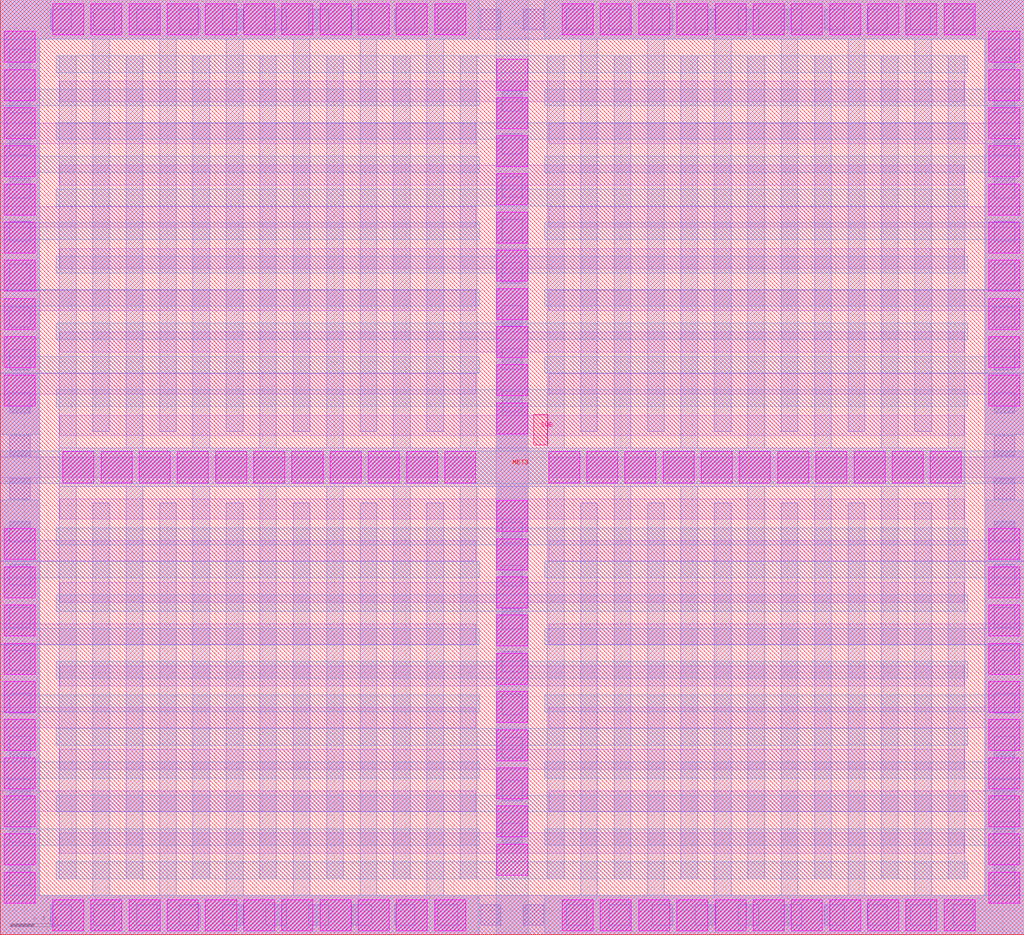
<source format=lef>
# Copyright 2020 The SkyWater PDK Authors
#
# Licensed under the Apache License, Version 2.0 (the "License");
# you may not use this file except in compliance with the License.
# You may obtain a copy of the License at
#
#     https://www.apache.org/licenses/LICENSE-2.0
#
# Unless required by applicable law or agreed to in writing, software
# distributed under the License is distributed on an "AS IS" BASIS,
# WITHOUT WARRANTIES OR CONDITIONS OF ANY KIND, either express or implied.
# See the License for the specific language governing permissions and
# limitations under the License.
#
# SPDX-License-Identifier: Apache-2.0

VERSION 5.7 ;
  NOWIREEXTENSIONATPIN ON ;
  DIVIDERCHAR "/" ;
  BUSBITCHARS "[]" ;
MACRO sky130_fd_pr__cap_vpp_08p6x07p8_l1m1m2_shieldpo_floatm3
  CLASS BLOCK ;
  FOREIGN sky130_fd_pr__cap_vpp_08p6x07p8_l1m1m2_shieldpo_floatm3 ;
  ORIGIN  0.000000  0.000000 ;
  SIZE  8.580000 BY  7.840000 ;
  PIN C0
    PORT
      LAYER met2 ;
        RECT 0.000000 0.000000 4.015000 0.330000 ;
        RECT 0.000000 0.330000 0.330000 0.750000 ;
        RECT 0.000000 0.750000 4.015000 0.890000 ;
        RECT 0.000000 0.890000 0.330000 1.310000 ;
        RECT 0.000000 1.310000 4.015000 1.450000 ;
        RECT 0.000000 1.450000 0.330000 1.870000 ;
        RECT 0.000000 1.870000 4.015000 2.010000 ;
        RECT 0.000000 2.010000 0.330000 2.430000 ;
        RECT 0.000000 2.430000 4.015000 2.570000 ;
        RECT 0.000000 2.570000 0.330000 2.990000 ;
        RECT 0.000000 2.990000 4.015000 3.130000 ;
        RECT 0.000000 3.130000 0.330000 3.645000 ;
        RECT 0.000000 4.195000 0.330000 4.710000 ;
        RECT 0.000000 4.710000 4.015000 4.850000 ;
        RECT 0.000000 4.850000 0.330000 5.270000 ;
        RECT 0.000000 5.270000 4.015000 5.410000 ;
        RECT 0.000000 5.410000 0.330000 5.830000 ;
        RECT 0.000000 5.830000 4.015000 5.970000 ;
        RECT 0.000000 5.970000 0.330000 6.390000 ;
        RECT 0.000000 6.390000 4.015000 6.530000 ;
        RECT 0.000000 6.530000 0.330000 6.950000 ;
        RECT 0.000000 6.950000 4.015000 7.090000 ;
        RECT 0.000000 7.090000 0.330000 7.510000 ;
        RECT 0.000000 7.510000 4.015000 7.840000 ;
        RECT 4.565000 0.000000 8.580000 0.330000 ;
        RECT 4.565000 0.750000 8.580000 0.890000 ;
        RECT 4.565000 1.310000 8.580000 1.450000 ;
        RECT 4.565000 1.870000 8.580000 2.010000 ;
        RECT 4.565000 2.430000 8.580000 2.570000 ;
        RECT 4.565000 2.990000 8.580000 3.130000 ;
        RECT 4.565000 4.710000 8.580000 4.850000 ;
        RECT 4.565000 5.270000 8.580000 5.410000 ;
        RECT 4.565000 5.830000 8.580000 5.970000 ;
        RECT 4.565000 6.390000 8.580000 6.530000 ;
        RECT 4.565000 6.950000 8.580000 7.090000 ;
        RECT 4.565000 7.510000 8.580000 7.840000 ;
        RECT 8.250000 0.330000 8.580000 0.750000 ;
        RECT 8.250000 0.890000 8.580000 1.310000 ;
        RECT 8.250000 1.450000 8.580000 1.870000 ;
        RECT 8.250000 2.010000 8.580000 2.430000 ;
        RECT 8.250000 2.570000 8.580000 2.990000 ;
        RECT 8.250000 3.130000 8.580000 3.645000 ;
        RECT 8.250000 4.195000 8.580000 4.710000 ;
        RECT 8.250000 4.850000 8.580000 5.270000 ;
        RECT 8.250000 5.410000 8.580000 5.830000 ;
        RECT 8.250000 5.970000 8.580000 6.390000 ;
        RECT 8.250000 6.530000 8.580000 6.950000 ;
        RECT 8.250000 7.090000 8.580000 7.510000 ;
    END
  END C0
  PIN C1
    PORT
      LAYER met2 ;
        RECT 0.000000 3.785000 8.580000 4.055000 ;
        RECT 0.470000 0.470000 8.110000 0.610000 ;
        RECT 0.470000 1.030000 8.110000 1.170000 ;
        RECT 0.470000 1.590000 8.110000 1.730000 ;
        RECT 0.470000 2.150000 8.110000 2.290000 ;
        RECT 0.470000 2.710000 8.110000 2.850000 ;
        RECT 0.470000 3.270000 8.110000 3.410000 ;
        RECT 0.470000 4.430000 8.110000 4.570000 ;
        RECT 0.470000 4.990000 8.110000 5.130000 ;
        RECT 0.470000 5.550000 8.110000 5.690000 ;
        RECT 0.470000 6.110000 8.110000 6.250000 ;
        RECT 0.470000 6.670000 8.110000 6.810000 ;
        RECT 0.470000 7.230000 8.110000 7.370000 ;
        RECT 4.155000 0.000000 4.425000 0.470000 ;
        RECT 4.155000 0.610000 4.425000 1.030000 ;
        RECT 4.155000 1.170000 4.425000 1.590000 ;
        RECT 4.155000 1.730000 4.425000 2.150000 ;
        RECT 4.155000 2.290000 4.425000 2.710000 ;
        RECT 4.155000 2.850000 4.425000 3.270000 ;
        RECT 4.155000 3.410000 4.425000 3.785000 ;
        RECT 4.155000 4.055000 4.425000 4.430000 ;
        RECT 4.155000 4.570000 4.425000 4.990000 ;
        RECT 4.155000 5.130000 4.425000 5.550000 ;
        RECT 4.155000 5.690000 4.425000 6.110000 ;
        RECT 4.155000 6.250000 4.425000 6.670000 ;
        RECT 4.155000 6.810000 4.425000 7.230000 ;
        RECT 4.155000 7.370000 4.425000 7.840000 ;
    END
  END C1
  PIN MET3
    PORT
      LAYER met3 ;
        RECT 0.000000 0.000000 8.580000 7.840000 ;
    END
  END MET3
  PIN SUB
    PORT
      LAYER pwell ;
        RECT 4.470000 4.105000 4.590000 4.360000 ;
    END
  END SUB
  OBS
    LAYER li1 ;
      RECT 0.000000 0.000000 8.580000 0.330000 ;
      RECT 0.000000 0.330000 0.330000 1.035000 ;
      RECT 0.000000 1.035000 3.985000 1.205000 ;
      RECT 0.000000 1.205000 0.330000 1.735000 ;
      RECT 0.000000 1.735000 3.985000 1.905000 ;
      RECT 0.000000 1.905000 0.330000 2.435000 ;
      RECT 0.000000 2.435000 3.985000 2.605000 ;
      RECT 0.000000 2.605000 0.330000 3.135000 ;
      RECT 0.000000 3.135000 3.985000 3.305000 ;
      RECT 0.000000 3.305000 0.330000 3.835000 ;
      RECT 0.000000 3.835000 3.985000 4.005000 ;
      RECT 0.000000 4.005000 0.330000 4.535000 ;
      RECT 0.000000 4.535000 3.985000 4.705000 ;
      RECT 0.000000 4.705000 0.330000 5.235000 ;
      RECT 0.000000 5.235000 3.985000 5.405000 ;
      RECT 0.000000 5.405000 0.330000 5.935000 ;
      RECT 0.000000 5.935000 3.985000 6.105000 ;
      RECT 0.000000 6.105000 0.330000 6.635000 ;
      RECT 0.000000 6.635000 3.985000 6.805000 ;
      RECT 0.000000 6.805000 0.330000 7.510000 ;
      RECT 0.000000 7.510000 8.580000 7.840000 ;
      RECT 0.500000 0.685000 8.080000 0.855000 ;
      RECT 0.500000 1.385000 8.080000 1.555000 ;
      RECT 0.500000 2.085000 8.080000 2.255000 ;
      RECT 0.500000 2.785000 8.080000 2.955000 ;
      RECT 0.500000 3.485000 8.080000 3.655000 ;
      RECT 0.500000 4.185000 8.080000 4.355000 ;
      RECT 0.500000 4.885000 8.080000 5.055000 ;
      RECT 0.500000 5.585000 8.080000 5.755000 ;
      RECT 0.500000 6.285000 8.080000 6.455000 ;
      RECT 0.500000 6.985000 8.080000 7.155000 ;
      RECT 4.155000 0.855000 4.425000 1.385000 ;
      RECT 4.155000 1.555000 4.425000 2.085000 ;
      RECT 4.155000 2.255000 4.425000 2.785000 ;
      RECT 4.155000 2.955000 4.425000 3.485000 ;
      RECT 4.155000 3.655000 4.425000 4.185000 ;
      RECT 4.155000 4.355000 4.425000 4.885000 ;
      RECT 4.155000 5.055000 4.425000 5.585000 ;
      RECT 4.155000 5.755000 4.425000 6.285000 ;
      RECT 4.155000 6.455000 4.425000 6.985000 ;
      RECT 4.595000 1.035000 8.580000 1.205000 ;
      RECT 4.595000 1.735000 8.580000 1.905000 ;
      RECT 4.595000 2.435000 8.580000 2.605000 ;
      RECT 4.595000 3.135000 8.580000 3.305000 ;
      RECT 4.595000 3.835000 8.580000 4.005000 ;
      RECT 4.595000 4.535000 8.580000 4.705000 ;
      RECT 4.595000 5.235000 8.580000 5.405000 ;
      RECT 4.595000 5.935000 8.580000 6.105000 ;
      RECT 4.595000 6.635000 8.580000 6.805000 ;
      RECT 8.250000 0.330000 8.580000 1.035000 ;
      RECT 8.250000 1.205000 8.580000 1.735000 ;
      RECT 8.250000 1.905000 8.580000 2.435000 ;
      RECT 8.250000 2.605000 8.580000 3.135000 ;
      RECT 8.250000 3.305000 8.580000 3.835000 ;
      RECT 8.250000 4.005000 8.580000 4.535000 ;
      RECT 8.250000 4.705000 8.580000 5.235000 ;
      RECT 8.250000 5.405000 8.580000 5.935000 ;
      RECT 8.250000 6.105000 8.580000 6.635000 ;
      RECT 8.250000 6.805000 8.580000 7.510000 ;
    LAYER mcon ;
      RECT 0.080000 0.415000 0.250000 0.585000 ;
      RECT 0.080000 0.775000 0.250000 0.945000 ;
      RECT 0.080000 1.135000 0.250000 1.305000 ;
      RECT 0.080000 1.495000 0.250000 1.665000 ;
      RECT 0.080000 1.855000 0.250000 2.025000 ;
      RECT 0.080000 2.215000 0.250000 2.385000 ;
      RECT 0.080000 2.575000 0.250000 2.745000 ;
      RECT 0.080000 2.935000 0.250000 3.105000 ;
      RECT 0.080000 3.295000 0.250000 3.465000 ;
      RECT 0.080000 3.655000 0.250000 3.825000 ;
      RECT 0.080000 4.015000 0.250000 4.185000 ;
      RECT 0.080000 4.375000 0.250000 4.545000 ;
      RECT 0.080000 4.735000 0.250000 4.905000 ;
      RECT 0.080000 5.095000 0.250000 5.265000 ;
      RECT 0.080000 5.455000 0.250000 5.625000 ;
      RECT 0.080000 5.815000 0.250000 5.985000 ;
      RECT 0.080000 6.175000 0.250000 6.345000 ;
      RECT 0.080000 6.535000 0.250000 6.705000 ;
      RECT 0.080000 6.895000 0.250000 7.065000 ;
      RECT 0.080000 7.255000 0.250000 7.425000 ;
      RECT 0.425000 0.080000 0.595000 0.250000 ;
      RECT 0.425000 7.590000 0.595000 7.760000 ;
      RECT 0.785000 0.080000 0.955000 0.250000 ;
      RECT 0.785000 7.590000 0.955000 7.760000 ;
      RECT 1.145000 0.080000 1.315000 0.250000 ;
      RECT 1.145000 7.590000 1.315000 7.760000 ;
      RECT 1.505000 0.080000 1.675000 0.250000 ;
      RECT 1.505000 7.590000 1.675000 7.760000 ;
      RECT 1.865000 0.080000 2.035000 0.250000 ;
      RECT 1.865000 7.590000 2.035000 7.760000 ;
      RECT 2.225000 0.080000 2.395000 0.250000 ;
      RECT 2.225000 7.590000 2.395000 7.760000 ;
      RECT 2.585000 0.080000 2.755000 0.250000 ;
      RECT 2.585000 7.590000 2.755000 7.760000 ;
      RECT 2.945000 0.080000 3.115000 0.250000 ;
      RECT 2.945000 7.590000 3.115000 7.760000 ;
      RECT 3.305000 0.080000 3.475000 0.250000 ;
      RECT 3.305000 7.590000 3.475000 7.760000 ;
      RECT 3.665000 0.080000 3.835000 0.250000 ;
      RECT 3.665000 7.590000 3.835000 7.760000 ;
      RECT 4.025000 0.080000 4.195000 0.250000 ;
      RECT 4.025000 7.590000 4.195000 7.760000 ;
      RECT 4.205000 0.765000 4.375000 0.935000 ;
      RECT 4.205000 1.125000 4.375000 1.295000 ;
      RECT 4.205000 1.485000 4.375000 1.655000 ;
      RECT 4.205000 1.845000 4.375000 2.015000 ;
      RECT 4.205000 2.205000 4.375000 2.375000 ;
      RECT 4.205000 2.565000 4.375000 2.735000 ;
      RECT 4.205000 2.925000 4.375000 3.095000 ;
      RECT 4.205000 3.285000 4.375000 3.455000 ;
      RECT 4.205000 4.385000 4.375000 4.555000 ;
      RECT 4.205000 4.745000 4.375000 4.915000 ;
      RECT 4.205000 5.105000 4.375000 5.275000 ;
      RECT 4.205000 5.465000 4.375000 5.635000 ;
      RECT 4.205000 5.825000 4.375000 5.995000 ;
      RECT 4.205000 6.185000 4.375000 6.355000 ;
      RECT 4.205000 6.545000 4.375000 6.715000 ;
      RECT 4.205000 6.905000 4.375000 7.075000 ;
      RECT 4.385000 0.080000 4.555000 0.250000 ;
      RECT 4.385000 7.590000 4.555000 7.760000 ;
      RECT 4.745000 0.080000 4.915000 0.250000 ;
      RECT 4.745000 7.590000 4.915000 7.760000 ;
      RECT 5.105000 0.080000 5.275000 0.250000 ;
      RECT 5.105000 7.590000 5.275000 7.760000 ;
      RECT 5.465000 0.080000 5.635000 0.250000 ;
      RECT 5.465000 7.590000 5.635000 7.760000 ;
      RECT 5.825000 0.080000 5.995000 0.250000 ;
      RECT 5.825000 7.590000 5.995000 7.760000 ;
      RECT 6.185000 0.080000 6.355000 0.250000 ;
      RECT 6.185000 7.590000 6.355000 7.760000 ;
      RECT 6.545000 0.080000 6.715000 0.250000 ;
      RECT 6.545000 7.590000 6.715000 7.760000 ;
      RECT 6.905000 0.080000 7.075000 0.250000 ;
      RECT 6.905000 7.590000 7.075000 7.760000 ;
      RECT 7.265000 0.080000 7.435000 0.250000 ;
      RECT 7.265000 7.590000 7.435000 7.760000 ;
      RECT 7.625000 0.080000 7.795000 0.250000 ;
      RECT 7.625000 7.590000 7.795000 7.760000 ;
      RECT 7.985000 0.080000 8.155000 0.250000 ;
      RECT 7.985000 7.590000 8.155000 7.760000 ;
      RECT 8.330000 0.415000 8.500000 0.585000 ;
      RECT 8.330000 0.775000 8.500000 0.945000 ;
      RECT 8.330000 1.135000 8.500000 1.305000 ;
      RECT 8.330000 1.495000 8.500000 1.665000 ;
      RECT 8.330000 1.855000 8.500000 2.025000 ;
      RECT 8.330000 2.215000 8.500000 2.385000 ;
      RECT 8.330000 2.575000 8.500000 2.745000 ;
      RECT 8.330000 2.935000 8.500000 3.105000 ;
      RECT 8.330000 3.295000 8.500000 3.465000 ;
      RECT 8.330000 3.655000 8.500000 3.825000 ;
      RECT 8.330000 4.015000 8.500000 4.185000 ;
      RECT 8.330000 4.375000 8.500000 4.545000 ;
      RECT 8.330000 4.735000 8.500000 4.905000 ;
      RECT 8.330000 5.095000 8.500000 5.265000 ;
      RECT 8.330000 5.455000 8.500000 5.625000 ;
      RECT 8.330000 5.815000 8.500000 5.985000 ;
      RECT 8.330000 6.175000 8.500000 6.345000 ;
      RECT 8.330000 6.535000 8.500000 6.705000 ;
      RECT 8.330000 6.895000 8.500000 7.065000 ;
      RECT 8.330000 7.255000 8.500000 7.425000 ;
    LAYER met1 ;
      RECT 0.000000 0.000000 8.580000 0.330000 ;
      RECT 0.000000 0.330000 0.330000 7.510000 ;
      RECT 0.000000 7.510000 8.580000 7.840000 ;
      RECT 0.495000 0.470000 0.635000 3.760000 ;
      RECT 0.495000 3.760000 8.085000 4.080000 ;
      RECT 0.495000 4.080000 0.635000 7.370000 ;
      RECT 0.775000 0.330000 0.915000 3.620000 ;
      RECT 0.775000 4.220000 0.915000 7.510000 ;
      RECT 1.055000 0.470000 1.195000 3.760000 ;
      RECT 1.055000 4.080000 1.195000 7.370000 ;
      RECT 1.335000 0.330000 1.475000 3.620000 ;
      RECT 1.335000 4.220000 1.475000 7.510000 ;
      RECT 1.615000 0.470000 1.755000 3.760000 ;
      RECT 1.615000 4.080000 1.755000 7.370000 ;
      RECT 1.895000 0.330000 2.035000 3.620000 ;
      RECT 1.895000 4.220000 2.035000 7.510000 ;
      RECT 2.175000 0.470000 2.315000 3.760000 ;
      RECT 2.175000 4.080000 2.315000 7.370000 ;
      RECT 2.455000 0.330000 2.595000 3.620000 ;
      RECT 2.455000 4.220000 2.595000 7.510000 ;
      RECT 2.735000 0.470000 2.875000 3.760000 ;
      RECT 2.735000 4.080000 2.875000 7.370000 ;
      RECT 3.015000 0.330000 3.155000 3.620000 ;
      RECT 3.015000 4.220000 3.155000 7.510000 ;
      RECT 3.295000 0.470000 3.435000 3.760000 ;
      RECT 3.295000 4.080000 3.435000 7.370000 ;
      RECT 3.575000 0.330000 3.715000 3.620000 ;
      RECT 3.575000 4.220000 3.715000 7.510000 ;
      RECT 3.855000 0.470000 3.995000 3.760000 ;
      RECT 3.855000 4.080000 3.995000 7.370000 ;
      RECT 4.155000 0.470000 4.425000 3.760000 ;
      RECT 4.155000 4.080000 4.425000 7.370000 ;
      RECT 4.585000 0.470000 4.725000 3.760000 ;
      RECT 4.585000 4.080000 4.725000 7.370000 ;
      RECT 4.865000 0.330000 5.005000 3.620000 ;
      RECT 4.865000 4.220000 5.005000 7.510000 ;
      RECT 5.145000 0.470000 5.285000 3.760000 ;
      RECT 5.145000 4.080000 5.285000 7.370000 ;
      RECT 5.425000 0.330000 5.565000 3.620000 ;
      RECT 5.425000 4.220000 5.565000 7.510000 ;
      RECT 5.705000 0.470000 5.845000 3.760000 ;
      RECT 5.705000 4.080000 5.845000 7.370000 ;
      RECT 5.985000 0.330000 6.125000 3.620000 ;
      RECT 5.985000 4.220000 6.125000 7.510000 ;
      RECT 6.265000 0.470000 6.405000 3.760000 ;
      RECT 6.265000 4.080000 6.405000 7.370000 ;
      RECT 6.545000 0.330000 6.685000 3.620000 ;
      RECT 6.545000 4.220000 6.685000 7.510000 ;
      RECT 6.825000 0.470000 6.965000 3.760000 ;
      RECT 6.825000 4.080000 6.965000 7.370000 ;
      RECT 7.105000 0.330000 7.245000 3.620000 ;
      RECT 7.105000 4.220000 7.245000 7.510000 ;
      RECT 7.385000 0.470000 7.525000 3.760000 ;
      RECT 7.385000 4.080000 7.525000 7.370000 ;
      RECT 7.665000 0.330000 7.805000 3.620000 ;
      RECT 7.665000 4.220000 7.805000 7.510000 ;
      RECT 7.945000 0.470000 8.085000 3.760000 ;
      RECT 7.945000 4.080000 8.085000 7.370000 ;
      RECT 8.250000 0.330000 8.580000 7.510000 ;
    LAYER via ;
      RECT 0.035000 0.265000 0.295000 0.525000 ;
      RECT 0.035000 0.585000 0.295000 0.845000 ;
      RECT 0.035000 0.905000 0.295000 1.165000 ;
      RECT 0.035000 1.225000 0.295000 1.485000 ;
      RECT 0.035000 1.545000 0.295000 1.805000 ;
      RECT 0.035000 1.865000 0.295000 2.125000 ;
      RECT 0.035000 2.185000 0.295000 2.445000 ;
      RECT 0.035000 2.505000 0.295000 2.765000 ;
      RECT 0.035000 2.825000 0.295000 3.085000 ;
      RECT 0.035000 3.145000 0.295000 3.405000 ;
      RECT 0.035000 4.435000 0.295000 4.695000 ;
      RECT 0.035000 4.755000 0.295000 5.015000 ;
      RECT 0.035000 5.075000 0.295000 5.335000 ;
      RECT 0.035000 5.395000 0.295000 5.655000 ;
      RECT 0.035000 5.715000 0.295000 5.975000 ;
      RECT 0.035000 6.035000 0.295000 6.295000 ;
      RECT 0.035000 6.355000 0.295000 6.615000 ;
      RECT 0.035000 6.675000 0.295000 6.935000 ;
      RECT 0.035000 6.995000 0.295000 7.255000 ;
      RECT 0.035000 7.315000 0.295000 7.575000 ;
      RECT 0.440000 0.035000 0.700000 0.295000 ;
      RECT 0.440000 7.545000 0.700000 7.805000 ;
      RECT 0.525000 3.790000 0.785000 4.050000 ;
      RECT 0.760000 0.035000 1.020000 0.295000 ;
      RECT 0.760000 7.545000 1.020000 7.805000 ;
      RECT 0.845000 3.790000 1.105000 4.050000 ;
      RECT 1.080000 0.035000 1.340000 0.295000 ;
      RECT 1.080000 7.545000 1.340000 7.805000 ;
      RECT 1.165000 3.790000 1.425000 4.050000 ;
      RECT 1.400000 0.035000 1.660000 0.295000 ;
      RECT 1.400000 7.545000 1.660000 7.805000 ;
      RECT 1.485000 3.790000 1.745000 4.050000 ;
      RECT 1.720000 0.035000 1.980000 0.295000 ;
      RECT 1.720000 7.545000 1.980000 7.805000 ;
      RECT 1.805000 3.790000 2.065000 4.050000 ;
      RECT 2.040000 0.035000 2.300000 0.295000 ;
      RECT 2.040000 7.545000 2.300000 7.805000 ;
      RECT 2.125000 3.790000 2.385000 4.050000 ;
      RECT 2.360000 0.035000 2.620000 0.295000 ;
      RECT 2.360000 7.545000 2.620000 7.805000 ;
      RECT 2.445000 3.790000 2.705000 4.050000 ;
      RECT 2.680000 0.035000 2.940000 0.295000 ;
      RECT 2.680000 7.545000 2.940000 7.805000 ;
      RECT 2.765000 3.790000 3.025000 4.050000 ;
      RECT 3.000000 0.035000 3.260000 0.295000 ;
      RECT 3.000000 7.545000 3.260000 7.805000 ;
      RECT 3.085000 3.790000 3.345000 4.050000 ;
      RECT 3.320000 0.035000 3.580000 0.295000 ;
      RECT 3.320000 7.545000 3.580000 7.805000 ;
      RECT 3.405000 3.790000 3.665000 4.050000 ;
      RECT 3.640000 0.035000 3.900000 0.295000 ;
      RECT 3.640000 7.545000 3.900000 7.805000 ;
      RECT 3.725000 3.790000 3.985000 4.050000 ;
      RECT 4.160000 0.500000 4.420000 0.760000 ;
      RECT 4.160000 0.820000 4.420000 1.080000 ;
      RECT 4.160000 1.140000 4.420000 1.400000 ;
      RECT 4.160000 1.460000 4.420000 1.720000 ;
      RECT 4.160000 1.780000 4.420000 2.040000 ;
      RECT 4.160000 2.100000 4.420000 2.360000 ;
      RECT 4.160000 2.420000 4.420000 2.680000 ;
      RECT 4.160000 2.740000 4.420000 3.000000 ;
      RECT 4.160000 3.060000 4.420000 3.320000 ;
      RECT 4.160000 3.380000 4.420000 3.640000 ;
      RECT 4.160000 4.200000 4.420000 4.460000 ;
      RECT 4.160000 4.520000 4.420000 4.780000 ;
      RECT 4.160000 4.840000 4.420000 5.100000 ;
      RECT 4.160000 5.160000 4.420000 5.420000 ;
      RECT 4.160000 5.480000 4.420000 5.740000 ;
      RECT 4.160000 5.800000 4.420000 6.060000 ;
      RECT 4.160000 6.120000 4.420000 6.380000 ;
      RECT 4.160000 6.440000 4.420000 6.700000 ;
      RECT 4.160000 6.760000 4.420000 7.020000 ;
      RECT 4.160000 7.080000 4.420000 7.340000 ;
      RECT 4.595000 3.790000 4.855000 4.050000 ;
      RECT 4.710000 0.035000 4.970000 0.295000 ;
      RECT 4.710000 7.545000 4.970000 7.805000 ;
      RECT 4.915000 3.790000 5.175000 4.050000 ;
      RECT 5.030000 0.035000 5.290000 0.295000 ;
      RECT 5.030000 7.545000 5.290000 7.805000 ;
      RECT 5.235000 3.790000 5.495000 4.050000 ;
      RECT 5.350000 0.035000 5.610000 0.295000 ;
      RECT 5.350000 7.545000 5.610000 7.805000 ;
      RECT 5.555000 3.790000 5.815000 4.050000 ;
      RECT 5.670000 0.035000 5.930000 0.295000 ;
      RECT 5.670000 7.545000 5.930000 7.805000 ;
      RECT 5.875000 3.790000 6.135000 4.050000 ;
      RECT 5.990000 0.035000 6.250000 0.295000 ;
      RECT 5.990000 7.545000 6.250000 7.805000 ;
      RECT 6.195000 3.790000 6.455000 4.050000 ;
      RECT 6.310000 0.035000 6.570000 0.295000 ;
      RECT 6.310000 7.545000 6.570000 7.805000 ;
      RECT 6.515000 3.790000 6.775000 4.050000 ;
      RECT 6.630000 0.035000 6.890000 0.295000 ;
      RECT 6.630000 7.545000 6.890000 7.805000 ;
      RECT 6.835000 3.790000 7.095000 4.050000 ;
      RECT 6.950000 0.035000 7.210000 0.295000 ;
      RECT 6.950000 7.545000 7.210000 7.805000 ;
      RECT 7.155000 3.790000 7.415000 4.050000 ;
      RECT 7.270000 0.035000 7.530000 0.295000 ;
      RECT 7.270000 7.545000 7.530000 7.805000 ;
      RECT 7.475000 3.790000 7.735000 4.050000 ;
      RECT 7.590000 0.035000 7.850000 0.295000 ;
      RECT 7.590000 7.545000 7.850000 7.805000 ;
      RECT 7.795000 3.790000 8.055000 4.050000 ;
      RECT 7.910000 0.035000 8.170000 0.295000 ;
      RECT 7.910000 7.545000 8.170000 7.805000 ;
      RECT 8.285000 0.265000 8.545000 0.525000 ;
      RECT 8.285000 0.585000 8.545000 0.845000 ;
      RECT 8.285000 0.905000 8.545000 1.165000 ;
      RECT 8.285000 1.225000 8.545000 1.485000 ;
      RECT 8.285000 1.545000 8.545000 1.805000 ;
      RECT 8.285000 1.865000 8.545000 2.125000 ;
      RECT 8.285000 2.185000 8.545000 2.445000 ;
      RECT 8.285000 2.505000 8.545000 2.765000 ;
      RECT 8.285000 2.825000 8.545000 3.085000 ;
      RECT 8.285000 3.145000 8.545000 3.405000 ;
      RECT 8.285000 4.435000 8.545000 4.695000 ;
      RECT 8.285000 4.755000 8.545000 5.015000 ;
      RECT 8.285000 5.075000 8.545000 5.335000 ;
      RECT 8.285000 5.395000 8.545000 5.655000 ;
      RECT 8.285000 5.715000 8.545000 5.975000 ;
      RECT 8.285000 6.035000 8.545000 6.295000 ;
      RECT 8.285000 6.355000 8.545000 6.615000 ;
      RECT 8.285000 6.675000 8.545000 6.935000 ;
      RECT 8.285000 6.995000 8.545000 7.255000 ;
      RECT 8.285000 7.315000 8.545000 7.575000 ;
  END
END sky130_fd_pr__cap_vpp_08p6x07p8_l1m1m2_shieldpo_floatm3
END LIBRARY

</source>
